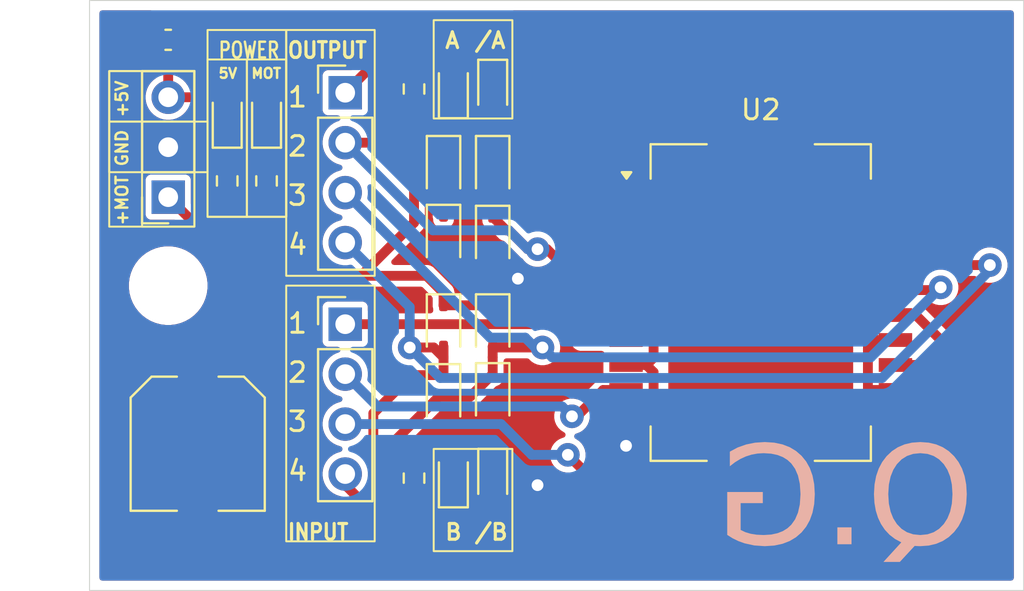
<source format=kicad_pcb>
(kicad_pcb (version 20241229) (generator "pcbnew") (generator_version "9.0")
  (layers (0 "F.Cu" signal) (2 "B.Cu" signal) (13 "F.Paste" user) (15 "B.Paste" user) (5 "F.SilkS" user "F.Silkscreen") (7 "B.SilkS" user "B.Silkscreen") (1 "F.Mask" user) (3 "B.Mask" user) (25 "Edge.Cuts" user))
  (net 0 "")
  (net 1 "+5V")
  (net 2 "GND")
  (net 3 "+24V")
  (net 4 "out_bobine1")
  (net 5 "out_bobine2")
  (net 6 "out_bobine3")
  (net 7 "out_bobine4")
  (net 8 "Net-(D14-K)")
  (net 9 "Net-(D15-A)")
  (net 10 "Net-(D17-A)")
  (net 11 "Net-(D19-K)")
  (net 12 "alim_bobine2")
  (net 13 "alim_bobine1")
  (net 14 "alim_bobine4")
  (net 15 "alim_bobine3")
  (footprint "Resistor_SMD:R_0603_1608Metric" (layer "F.Cu") (at 135.72 66.6425 -90)
    (property "Reference" "R5" (hide yes))
    (property "Value" "10K" (hide yes))
    (fp_line (start -0.237258 0.5225) (end 0.237258 0.5225) (stroke (width 0.12)) (layer "F.SilkS"))
    (fp_line (start -0.237258 -0.5225) (end 0.237258 -0.5225) (stroke (width 0.12)) (layer "F.SilkS"))
    (pad "1" smd roundrect (at -0.825 0 270) (size 0.8 0.95) (layers "F.Cu" "F.Mask" "F.Paste") (net 9 "Net-(D15-A)"))
    (pad "2" smd roundrect (at 0.825 0 270) (size 0.8 0.95) (layers "F.Cu" "F.Mask" "F.Paste") (net 6 "out_bobine3"))
  )
  (footprint "Diode_SMD:D_SOD-323" (layer "F.Cu") (at 139.72 58.905 -90)
    (property "Reference" "D5" (hide yes))
    (property "Value" "D" (hide yes))
    (fp_line (start -1.61 0.85) (end 1.05 0.85) (stroke (width 0.12)) (layer "F.SilkS"))
    (fp_line (start -1.61 -0.85) (end -1.61 0.85) (stroke (width 0.12)) (layer "F.SilkS"))
    (fp_line (start -1.61 -0.85) (end 1.05 -0.85) (stroke (width 0.12)) (layer "F.SilkS"))
    (pad "1" smd roundrect (at -1.05 0 270) (size 0.6 0.45) (layers "F.Cu" "F.Mask" "F.Paste") (net 3 "+24V"))
    (pad "2" smd roundrect (at 1.05 0 270) (size 0.6 0.45) (layers "F.Cu" "F.Mask" "F.Paste") (net 6 "out_bobine3"))
  )
  (footprint "Diode_SMD:D_SOD-323" (layer "F.Cu") (at 139.72 54.405 -90)
    (property "Reference" "D4" (hide yes))
    (property "Value" "D" (hide yes))
    (fp_line (start -1.61 0.85) (end 1.05 0.85) (stroke (width 0.12)) (layer "F.SilkS"))
    (fp_line (start -1.61 -0.85) (end -1.61 0.85) (stroke (width 0.12)) (layer "F.SilkS"))
    (fp_line (start -1.61 -0.85) (end 1.05 -0.85) (stroke (width 0.12)) (layer "F.SilkS"))
    (pad "1" smd roundrect (at -1.05 0 270) (size 0.6 0.45) (layers "F.Cu" "F.Mask" "F.Paste") (net 5 "out_bobine2"))
    (pad "2" smd roundrect (at 1.05 0 270) (size 0.6 0.45) (layers "F.Cu" "F.Mask" "F.Paste") (net 2 "GND"))
  )
  (footprint "LED_SMD:LED_0603_1608Metric" (layer "F.Cu") (at 128.22 48.355 90)
    (property "Reference" "D14" (hide yes))
    (property "Value" "LED_Yellow" (hide yes))
    (fp_line (start 0.8 -0.735) (end -1.485 -0.735) (stroke (width 0.12)) (layer "F.SilkS"))
    (fp_line (start -1.485 -0.735) (end -1.485 0.735) (stroke (width 0.12)) (layer "F.SilkS"))
    (fp_line (start -1.485 0.735) (end 0.8 0.735) (stroke (width 0.12)) (layer "F.SilkS"))
    (pad "1" smd roundrect (at -0.7875 0 90) (size 0.875 0.95) (layers "F.Cu" "F.Mask" "F.Paste") (net 8 "Net-(D14-K)"))
    (pad "2" smd roundrect (at 0.7875 0 90) (size 0.875 0.95) (layers "F.Cu" "F.Mask" "F.Paste") (net 3 "+24V"))
  )
  (footprint "Package_SO:HSOP-20-1EP_11.0x15.9mm_P1.27mm_SlugDown" (layer "F.Cu") (at 153.35 57.715)
    (property "Reference" "U2" (at 0 -9.8 0) (layer "F.SilkS"))
    (property "Value" "L298P")
    (fp_line (start -5.6 -8.05) (end -5.6 -6.3) (stroke (width 0.12)) (layer "F.SilkS"))
    (fp_line (start -5.6 8.05) (end -5.6 6.3) (stroke (width 0.12)) (layer "F.SilkS"))
    (fp_line (start -2.75 -8.05) (end -5.6 -8.05) (stroke (width 0.12)) (layer "F.SilkS"))
    (fp_line (start -2.75 8.05) (end -5.6 8.05) (stroke (width 0.12)) (layer "F.SilkS"))
    (fp_line (start 5.6 -8.05) (end 2.75 -8.05) (stroke (width 0.12)) (layer "F.SilkS"))
    (fp_line (start 5.6 -8.05) (end 5.6 -6.3) (stroke (width 0.12)) (layer "F.SilkS"))
    (fp_line (start 5.6 8.05) (end 2.75 8.05) (stroke (width 0.12)) (layer "F.SilkS"))
    (fp_line (start 5.6 8.05) (end 5.6 6.3) (stroke (width 0.12)) (layer "F.SilkS"))
    (fp_poly (pts (xy -6.825 -6.3) (xy -7.065 -6.63) (xy -6.585 -6.63) (xy -6.825 -6.3)) (stroke (width 0.12)) (fill yes) (layer "F.SilkS"))
    (pad "1" smd rect (at -6.85 -5.715) (size 1.7 0.7) (layers "F.Cu" "F.Mask" "F.Paste") (net 2 "GND"))
    (pad "2" smd rect (at -6.85 -4.445) (size 1.7 0.7) (layers "F.Cu" "F.Mask" "F.Paste") (net 2 "GND"))
    (pad "3" smd rect (at -6.85 -3.175) (size 1.7 0.7) (layers "F.Cu" "F.Mask" "F.Paste"))
    (pad "4" smd rect (at -6.85 -1.905) (size 1.7 0.7) (layers "F.Cu" "F.Mask" "F.Paste") (net 4 "out_bobine1"))
    (pad "5" smd rect (at -6.85 -0.635) (size 1.7 0.7) (layers "F.Cu" "F.Mask" "F.Paste") (net 5 "out_bobine2"))
    (pad "6" smd rect (at -6.85 0.635) (size 1.7 0.7) (layers "F.Cu" "F.Mask" "F.Paste") (net 3 "+24V"))
    (pad "7" smd rect (at -6.85 1.905) (size 1.7 0.7) (layers "F.Cu" "F.Mask" "F.Paste") (net 13 "alim_bobine1"))
    (pad "8" smd rect (at -6.85 3.175) (size 1.7 0.7) (layers "F.Cu" "F.Mask" "F.Paste") (net 1 "+5V"))
    (pad "9" smd rect (at -6.85 4.445) (size 1.7 0.7) (layers "F.Cu" "F.Mask" "F.Paste") (net 12 "alim_bobine2"))
    (pad "10" smd rect (at -6.85 5.715) (size 1.7 0.7) (layers "F.Cu" "F.Mask" "F.Paste") (net 2 "GND"))
    (pad "11" smd rect (at 6.85 5.715) (size 1.7 0.7) (layers "F.Cu" "F.Mask" "F.Paste") (net 2 "GND"))
    (pad "12" smd rect (at 6.85 4.445) (size 1.7 0.7) (layers "F.Cu" "F.Mask" "F.Paste") (net 1 "+5V"))
    (pad "13" smd rect (at 6.85 3.175) (size 1.7 0.7) (layers "F.Cu" "F.Mask" "F.Paste") (net 15 "alim_bobine3"))
    (pad "14" smd rect (at 6.85 1.905) (size 1.7 0.7) (layers "F.Cu" "F.Mask" "F.Paste") (net 1 "+5V"))
    (pad "15" smd rect (at 6.85 0.635) (size 1.7 0.7) (layers "F.Cu" "F.Mask" "F.Paste") (net 14 "alim_bobine4"))
    (pad "16" smd rect (at 6.85 -0.635) (size 1.7 0.7) (layers "F.Cu" "F.Mask" "F.Paste") (net 6 "out_bobine3"))
    (pad "17" smd rect (at 6.85 -1.905) (size 1.7 0.7) (layers "F.Cu" "F.Mask" "F.Paste") (net 7 "out_bobine4"))
    (pad "18" smd rect (at 6.85 -3.175) (size 1.7 0.7) (layers "F.Cu" "F.Mask" "F.Paste"))
    (pad "19" smd rect (at 6.85 -4.445) (size 1.7 0.7) (layers "F.Cu" "F.Mask" "F.Paste") (net 2 "GND"))
    (pad "20" smd rect (at 6.85 -5.715) (size 1.7 0.7) (layers "F.Cu" "F.Mask" "F.Paste") (net 2 "GND"))
    (pad "21" smd rect (at 0 -8.125) (size 5 1.45) (layers "F.Cu" "F.Mask" "F.Paste"))
    (pad "21" smd rect (at 0 0) (size 9.4 14.8) (layers "F.Cu" "F.Mask" "F.Paste"))
    (pad "21" smd rect (at 0 8.125) (size 5 1.45) (layers "F.Cu" "F.Mask" "F.Paste"))
  )
  (footprint "" (layer "F.Cu") (at 123.22 56.855)
    (property "Reference" "" (at 0 0 0) (layer "F.SilkS") (effects (font (size 1.27 1.27))))
    (property "Value" "")
    (pad "" np_thru_hole circle (at 0 0 270) (size 3.5 3.5) (drill 3.5) (layers "*.Cu" "*.Mask"))
  )
  (footprint "Diode_SMD:D_SOD-323" (layer "F.Cu") (at 137.22 54.355 -90)
    (property "Reference" "D2" (hide yes))
    (property "Value" "D" (hide yes))
    (fp_line (start -1.61 0.85) (end 1.05 0.85) (stroke (width 0.12)) (layer "F.SilkS"))
    (fp_line (start -1.61 -0.85) (end -1.61 0.85) (stroke (width 0.12)) (layer "F.SilkS"))
    (fp_line (start -1.61 -0.85) (end 1.05 -0.85) (stroke (width 0.12)) (layer "F.SilkS"))
    (pad "1" smd roundrect (at -1.05 0 270) (size 0.6 0.45) (layers "F.Cu" "F.Mask" "F.Paste") (net 4 "out_bobine1"))
    (pad "2" smd roundrect (at 1.05 0 270) (size 0.6 0.45) (layers "F.Cu" "F.Mask" "F.Paste") (net 2 "GND"))
  )
  (footprint "Diode_SMD:D_SOD-323" (layer "F.Cu") (at 139.72 50.855 -90)
    (property "Reference" "D3" (hide yes))
    (property "Value" "D" (hide yes))
    (fp_line (start -1.61 0.85) (end 1.05 0.85) (stroke (width 0.12)) (layer "F.SilkS"))
    (fp_line (start -1.61 -0.85) (end -1.61 0.85) (stroke (width 0.12)) (layer "F.SilkS"))
    (fp_line (start -1.61 -0.85) (end 1.05 -0.85) (stroke (width 0.12)) (layer "F.SilkS"))
    (pad "1" smd roundrect (at -1.05 0 270) (size 0.6 0.45) (layers "F.Cu" "F.Mask" "F.Paste") (net 3 "+24V"))
    (pad "2" smd roundrect (at 1.05 0 270) (size 0.6 0.45) (layers "F.Cu" "F.Mask" "F.Paste") (net 5 "out_bobine2"))
  )
  (footprint "LED_SMD:LED_0603_1608Metric" (layer "F.Cu") (at 137.72 46.855 90)
    (property "Reference" "D18" (hide yes))
    (property "Value" "LED_Blue" (hide yes))
    (fp_line (start 0.8 -0.735) (end -1.485 -0.735) (stroke (width 0.12)) (layer "F.SilkS"))
    (fp_line (start -1.485 -0.735) (end -1.485 0.735) (stroke (width 0.12)) (layer "F.SilkS"))
    (fp_line (start -1.485 0.735) (end 0.8 0.735) (stroke (width 0.12)) (layer "F.SilkS"))
    (pad "1" smd roundrect (at -0.7875 0 90) (size 0.875 0.95) (layers "F.Cu" "F.Mask" "F.Paste") (net 10 "Net-(D17-A)"))
    (pad "2" smd roundrect (at 0.7875 0 90) (size 0.875 0.95) (layers "F.Cu" "F.Mask" "F.Paste") (net 4 "out_bobine1"))
  )
  (footprint "Diode_SMD:D_SOD-323" (layer "F.Cu") (at 139.72 62.405 -90)
    (property "Reference" "D7" (hide yes))
    (property "Value" "D" (hide yes))
    (fp_line (start -1.61 0.85) (end 1.05 0.85) (stroke (width 0.12)) (layer "F.SilkS"))
    (fp_line (start -1.61 -0.85) (end -1.61 0.85) (stroke (width 0.12)) (layer "F.SilkS"))
    (fp_line (start -1.61 -0.85) (end 1.05 -0.85) (stroke (width 0.12)) (layer "F.SilkS"))
    (pad "1" smd roundrect (at -1.05 0 270) (size 0.6 0.45) (layers "F.Cu" "F.Mask" "F.Paste") (net 6 "out_bobine3"))
    (pad "2" smd roundrect (at 1.05 0 270) (size 0.6 0.45) (layers "F.Cu" "F.Mask" "F.Paste") (net 2 "GND"))
  )
  (footprint "Connector_PinSocket_2.54mm:PinSocket_1x03_P2.54mm_Vertical" (layer "F.Cu") (at 123.22 52.355 180)
    (property "Reference" "J3" (hide yes))
    (property "Value" "Screw_Terminal_01x03")
    (fp_line (start 1.33 1.27) (end 1.33 6.41) (stroke (width 0.12)) (layer "F.SilkS"))
    (fp_line (start 1.33 -1.33) (end 1.33 0) (stroke (width 0.12)) (layer "F.SilkS"))
    (fp_line (start 0 -1.33) (end 1.33 -1.33) (stroke (width 0.12)) (layer "F.SilkS"))
    (fp_line (start -1.33 6.41) (end 1.33 6.41) (stroke (width 0.12)) (layer "F.SilkS"))
    (fp_line (start -1.33 1.27) (end 1.33 1.27) (stroke (width 0.12)) (layer "F.SilkS"))
    (fp_line (start -1.33 1.27) (end -1.33 6.41) (stroke (width 0.12)) (layer "F.SilkS"))
    (pad "1" thru_hole rect (at 0 0 180) (size 1.7 1.7) (drill 1) (layers "*.Cu" "*.Mask") (net 3 "+24V"))
    (pad "2" thru_hole circle (at 0 2.54 180) (size 1.7 1.7) (drill 1) (layers "*.Cu" "*.Mask") (net 2 "GND"))
    (pad "3" thru_hole circle (at 0 5.08 180) (size 1.7 1.7) (drill 1) (layers "*.Cu" "*.Mask") (net 1 "+5V"))
  )
  (footprint "LED_SMD:LED_0603_1608Metric" (layer "F.Cu") (at 137.72 66.6425 90)
    (property "Reference" "D15" (hide yes))
    (property "Value" "LED_Blue" (hide yes))
    (fp_line (start 0.8 -0.735) (end -1.485 -0.735) (stroke (width 0.12)) (layer "F.SilkS"))
    (fp_line (start -1.485 -0.735) (end -1.485 0.735) (stroke (width 0.12)) (layer "F.SilkS"))
    (fp_line (start -1.485 0.735) (end 0.8 0.735) (stroke (width 0.12)) (layer "F.SilkS"))
    (pad "1" smd roundrect (at -0.7875 0 90) (size 0.875 0.95) (layers "F.Cu" "F.Mask" "F.Paste") (net 7 "out_bobine4"))
    (pad "2" smd roundrect (at 0.7875 0 90) (size 0.875 0.95) (layers "F.Cu" "F.Mask" "F.Paste") (net 9 "Net-(D15-A)"))
  )
  (footprint "Resistor_SMD:R_0603_1608Metric" (layer "F.Cu") (at 128.22 51.53 -90)
    (property "Reference" "R4" (hide yes))
    (property "Value" "10K" (hide yes))
    (fp_line (start -0.237258 0.5225) (end 0.237258 0.5225) (stroke (width 0.12)) (layer "F.SilkS"))
    (fp_line (start -0.237258 -0.5225) (end 0.237258 -0.5225) (stroke (width 0.12)) (layer "F.SilkS"))
    (pad "1" smd roundrect (at -0.825 0 270) (size 0.8 0.95) (layers "F.Cu" "F.Mask" "F.Paste") (net 8 "Net-(D14-K)"))
    (pad "2" smd roundrect (at 0.825 0 270) (size 0.8 0.95) (layers "F.Cu" "F.Mask" "F.Paste") (net 2 "GND"))
  )
  (footprint "LED_SMD:LED_0603_1608Metric" (layer "F.Cu") (at 139.72 66.6425 -90)
    (property "Reference" "D16" (hide yes))
    (property "Value" "LED_Blue" (hide yes))
    (fp_line (start -1.485 0.735) (end 0.8 0.735) (stroke (width 0.12)) (layer "F.SilkS"))
    (fp_line (start -1.485 -0.735) (end -1.485 0.735) (stroke (width 0.12)) (layer "F.SilkS"))
    (fp_line (start 0.8 -0.735) (end -1.485 -0.735) (stroke (width 0.12)) (layer "F.SilkS"))
    (pad "1" smd roundrect (at -0.7875 0 270) (size 0.875 0.95) (layers "F.Cu" "F.Mask" "F.Paste") (net 9 "Net-(D15-A)"))
    (pad "2" smd roundrect (at 0.7875 0 270) (size 0.875 0.95) (layers "F.Cu" "F.Mask" "F.Paste") (net 7 "out_bobine4"))
  )
  (footprint "Diode_SMD:D_SOD-323" (layer "F.Cu") (at 137.22 62.455 -90)
    (property "Reference" "D8" (hide yes))
    (property "Value" "D" (hide yes))
    (fp_line (start -1.61 0.85) (end 1.05 0.85) (stroke (width 0.12)) (layer "F.SilkS"))
    (fp_line (start -1.61 -0.85) (end -1.61 0.85) (stroke (width 0.12)) (layer "F.SilkS"))
    (fp_line (start -1.61 -0.85) (end 1.05 -0.85) (stroke (width 0.12)) (layer "F.SilkS"))
    (pad "1" smd roundrect (at -1.05 0 270) (size 0.6 0.45) (layers "F.Cu" "F.Mask" "F.Paste") (net 7 "out_bobine4"))
    (pad "2" smd roundrect (at 1.05 0 270) (size 0.6 0.45) (layers "F.Cu" "F.Mask" "F.Paste") (net 2 "GND"))
  )
  (footprint "Connector_PinHeader_2.54mm:PinHeader_1x04_P2.54mm_Vertical" (layer "F.Cu") (at 132.22 58.815)
    (property "Reference" "J2" (hide yes))
    (property "Value" "Screw_Terminal_01x04")
    (fp_line (start -1.38 -1.38) (end 0 -1.38) (stroke (width 0.12)) (layer "F.SilkS"))
    (fp_line (start -1.38 0) (end -1.38 -1.38) (stroke (width 0.12)) (layer "F.SilkS"))
    (fp_line (start -1.38 1.27) (end -1.38 9) (stroke (width 0.12)) (layer "F.SilkS"))
    (fp_line (start -1.38 1.27) (end 1.38 1.27) (stroke (width 0.12)) (layer "F.SilkS"))
    (fp_line (start -1.38 9) (end 1.38 9) (stroke (width 0.12)) (layer "F.SilkS"))
    (fp_line (start 1.38 1.27) (end 1.38 9) (stroke (width 0.12)) (layer "F.SilkS"))
    (pad "1" thru_hole rect (at 0 0) (size 1.7 1.7) (drill 1) (layers "*.Cu" "*.Mask") (net 13 "alim_bobine1"))
    (pad "2" thru_hole circle (at 0 2.54) (size 1.7 1.7) (drill 1) (layers "*.Cu" "*.Mask") (net 12 "alim_bobine2"))
    (pad "3" thru_hole circle (at 0 5.08) (size 1.7 1.7) (drill 1) (layers "*.Cu" "*.Mask") (net 15 "alim_bobine3"))
    (pad "4" thru_hole circle (at 0 7.62) (size 1.7 1.7) (drill 1) (layers "*.Cu" "*.Mask") (net 14 "alim_bobine4"))
  )
  (footprint "Diode_SMD:D_SOD-323" (layer "F.Cu") (at 137.22 58.905 -90)
    (property "Reference" "D6" (hide yes))
    (property "Value" "D" (hide yes))
    (fp_line (start -1.61 0.85) (end 1.05 0.85) (stroke (width 0.12)) (layer "F.SilkS"))
    (fp_line (start -1.61 -0.85) (end -1.61 0.85) (stroke (width 0.12)) (layer "F.SilkS"))
    (fp_line (start -1.61 -0.85) (end 1.05 -0.85) (stroke (width 0.12)) (layer "F.SilkS"))
    (pad "1" smd roundrect (at -1.05 0 270) (size 0.6 0.45) (layers "F.Cu" "F.Mask" "F.Paste") (net 3 "+24V"))
    (pad "2" smd roundrect (at 1.05 0 270) (size 0.6 0.45) (layers "F.Cu" "F.Mask" "F.Paste") (net 7 "out_bobine4"))
  )
  (footprint "Capacitor_SMD:C_Elec_6.3x7.7" (layer "F.Cu") (at 124.72 64.8925 -90)
    (property "Reference" "C2" (hide yes))
    (property "Value" "~" (hide yes))
    (fp_line (start -2.345563 3.41) (end 3.41 3.41) (stroke (width 0.12)) (layer "F.SilkS"))
    (fp_line (start 3.41 3.41) (end 3.41 1.06) (stroke (width 0.12)) (layer "F.SilkS"))
    (fp_line (start -3.41 2.345563) (end -2.345563 3.41) (stroke (width 0.12)) (layer "F.SilkS"))
    (fp_line (start -3.41 2.345563) (end -3.41 1.06) (stroke (width 0.12)) (layer "F.SilkS"))
    (fp_line (start -3.41 -2.345563) (end -3.41 -1.06) (stroke (width 0.12)) (layer "F.SilkS"))
    (fp_line (start -3.41 -2.345563) (end -2.345563 -3.41) (stroke (width 0.12)) (layer "F.SilkS"))
    (fp_line (start -2.345563 -3.41) (end 3.41 -3.41) (stroke (width 0.12)) (layer "F.SilkS"))
    (fp_line (start 3.41 -3.41) (end 3.41 -1.06) (stroke (width 0.12)) (layer "F.SilkS"))
    (pad "1" smd roundrect (at -2.5375 0 270) (size 3.325 1.6) (layers "F.Cu" "F.Mask" "F.Paste") (roundrect_rratio 0.15625) (net 3 "+24V"))
    (pad "2" smd roundrect (at 2.5375 0 270) (size 3.325 1.6) (layers "F.Cu" "F.Mask" "F.Paste") (roundrect_rratio 0.15625) (net 2 "GND"))
  )
  (footprint "Capacitor_SMD:C_0603_1608Metric" (layer "F.Cu") (at 123.22 44.355 180)
    (property "Reference" "C1" (hide yes))
    (property "Value" "100nF" (hide yes))
    (fp_line (start -0.14058 0.51) (end 0.14058 0.51) (stroke (width 0.12)) (layer "F.SilkS"))
    (fp_line (start -0.14058 -0.51) (end 0.14058 -0.51) (stroke (width 0.12)) (layer "F.SilkS"))
    (pad "1" smd roundrect (at -0.775 0 180) (size 0.9 0.95) (layers "F.Cu" "F.Mask" "F.Paste") (net 2 "GND"))
    (pad "2" smd roundrect (at 0.775 0 180) (size 0.9 0.95) (layers "F.Cu" "F.Mask" "F.Paste") (net 1 "+5V"))
  )
  (footprint "Diode_SMD:D_SOD-323" (layer "F.Cu") (at 137.22 50.855 -90)
    (property "Reference" "D1" (hide yes))
    (property "Value" "D" (hide yes))
    (fp_line (start -1.61 0.85) (end 1.05 0.85) (stroke (width 0.12)) (layer "F.SilkS"))
    (fp_line (start -1.61 -0.85) (end -1.61 0.85) (stroke (width 0.12)) (layer "F.SilkS"))
    (fp_line (start -1.61 -0.85) (end 1.05 -0.85) (stroke (width 0.12)) (layer "F.SilkS"))
    (pad "1" smd roundrect (at -1.05 0 270) (size 0.6 0.45) (layers "F.Cu" "F.Mask" "F.Paste") (net 3 "+24V"))
    (pad "2" smd roundrect (at 1.05 0 270) (size 0.6 0.45) (layers "F.Cu" "F.Mask" "F.Paste") (net 4 "out_bobine1"))
  )
  (footprint "Resistor_SMD:R_0603_1608Metric" (layer "F.Cu") (at 126.22 51.53 -90)
    (property "Reference" "R3" (hide yes))
    (property "Value" "2.2K" (hide yes))
    (fp_line (start -0.237258 0.5225) (end 0.237258 0.5225) (stroke (width 0.12)) (layer "F.SilkS"))
    (fp_line (start -0.237258 -0.5225) (end 0.237258 -0.5225) (stroke (width 0.12)) (layer "F.SilkS"))
    (pad "1" smd roundrect (at -0.825 0 270) (size 0.8 0.95) (layers "F.Cu" "F.Mask" "F.Paste") (net 11 "Net-(D19-K)"))
    (pad "2" smd roundrect (at 0.825 0 270) (size 0.8 0.95) (layers "F.Cu" "F.Mask" "F.Paste") (net 2 "GND"))
  )
  (footprint "LED_SMD:LED_0603_1608Metric" (layer "F.Cu") (at 139.72 46.855 -90)
    (property "Reference" "D17" (hide yes))
    (property "Value" "LED_Blue" (hide yes))
    (fp_line (start -1.485 0.735) (end 0.8 0.735) (stroke (width 0.12)) (layer "F.SilkS"))
    (fp_line (start -1.485 -0.735) (end -1.485 0.735) (stroke (width 0.12)) (layer "F.SilkS"))
    (fp_line (start 0.8 -0.735) (end -1.485 -0.735) (stroke (width 0.12)) (layer "F.SilkS"))
    (pad "1" smd roundrect (at -0.7875 0 270) (size 0.875 0.95) (layers "F.Cu" "F.Mask" "F.Paste") (net 4 "out_bobine1"))
    (pad "2" smd roundrect (at 0.7875 0 270) (size 0.875 0.95) (layers "F.Cu" "F.Mask" "F.Paste") (net 10 "Net-(D17-A)"))
  )
  (footprint "Connector_PinHeader_2.54mm:PinHeader_1x04_P2.54mm_Vertical" (layer "F.Cu") (at 132.22 47.045)
    (property "Reference" "J1" (hide yes))
    (property "Value" "Screw_Terminal_01x04")
    (fp_line (start -1.38 -1.38) (end 0 -1.38) (stroke (width 0.12)) (layer "F.SilkS"))
    (fp_line (start -1.38 0) (end -1.38 -1.38) (stroke (width 0.12)) (layer "F.SilkS"))
    (fp_line (start -1.38 1.27) (end -1.38 9) (stroke (width 0.12)) (layer "F.SilkS"))
    (fp_line (start -1.38 1.27) (end 1.38 1.27) (stroke (width 0.12)) (layer "F.SilkS"))
    (fp_line (start -1.38 9) (end 1.38 9) (stroke (width 0.12)) (layer "F.SilkS"))
    (fp_line (start 1.38 1.27) (end 1.38 9) (stroke (width 0.12)) (layer "F.SilkS"))
    (pad "1" thru_hole rect (at 0 0) (size 1.7 1.7) (drill 1) (layers "*.Cu" "*.Mask") (net 4 "out_bobine1"))
    (pad "2" thru_hole circle (at 0 2.54) (size 1.7 1.7) (drill 1) (layers "*.Cu" "*.Mask") (net 5 "out_bobine2"))
    (pad "3" thru_hole circle (at 0 5.08) (size 1.7 1.7) (drill 1) (layers "*.Cu" "*.Mask") (net 6 "out_bobine3"))
    (pad "4" thru_hole circle (at 0 7.62) (size 1.7 1.7) (drill 1) (layers "*.Cu" "*.Mask") (net 7 "out_bobine4"))
  )
  (footprint "LED_SMD:LED_0603_1608Metric" (layer "F.Cu") (at 126.22 48.355 90)
    (property "Reference" "D19" (hide yes))
    (property "Value" "LED_Yellow" (hide yes))
    (fp_line (start 0.8 -0.735) (end -1.485 -0.735) (stroke (width 0.12)) (layer "F.SilkS"))
    (fp_line (start -1.485 -0.735) (end -1.485 0.735) (stroke (width 0.12)) (layer "F.SilkS"))
    (fp_line (start -1.485 0.735) (end 0.8 0.735) (stroke (width 0.12)) (layer "F.SilkS"))
    (pad "1" smd roundrect (at -0.7875 0 90) (size 0.875 0.95) (layers "F.Cu" "F.Mask" "F.Paste") (net 11 "Net-(D19-K)"))
    (pad "2" smd roundrect (at 0.7875 0 90) (size 0.875 0.95) (layers "F.Cu" "F.Mask" "F.Paste") (net 1 "+5V"))
  )
  (footprint "Resistor_SMD:R_0603_1608Metric" (layer "F.Cu") (at 135.72 46.855 -90)
    (property "Reference" "R6" (hide yes))
    (property "Value" "10K" (hide yes))
    (fp_line (start -0.237258 0.5225) (end 0.237258 0.5225) (stroke (width 0.12)) (layer "F.SilkS"))
    (fp_line (start -0.237258 -0.5225) (end 0.237258 -0.5225) (stroke (width 0.12)) (layer "F.SilkS"))
    (pad "1" smd roundrect (at -0.825 0 270) (size 0.8 0.95) (layers "F.Cu" "F.Mask" "F.Paste") (net 10 "Net-(D17-A)"))
    (pad "2" smd roundrect (at 0.825 0 270) (size 0.8 0.95) (layers "F.Cu" "F.Mask" "F.Paste") (net 5 "out_bobine2"))
  )
  (gr_rect (start 120.22 48.515) (end 121.89 51.085) (stroke (width 0.1)) (fill no) (layer "F.SilkS"))
  (gr_rect (start 120.22 45.945) (end 124.55 48.515) (stroke (width 0.1)) (fill no) (layer "F.SilkS"))
  (gr_rect (start 121.89 51.085) (end 124.55 53.855) (stroke (width 0.1)) (fill no) (layer "F.SilkS"))
  (gr_rect (start 136.72 43.355) (end 140.72 48.355) (stroke (width 0.1)) (fill no) (layer "F.SilkS"))
  (gr_rect (start 129.22 56.855) (end 133.72 69.855) (stroke (width 0.1)) (fill no) (layer "F.SilkS"))
  (gr_rect (start 120.22 45.945) (end 124.55 53.855) (stroke (width 0.1)) (fill no) (layer "F.SilkS"))
  (gr_rect (start 129.22 43.855) (end 133.72 56.355) (stroke (width 0.1)) (fill no) (layer "F.SilkS"))
  (gr_rect (start 125.22 43.855) (end 129.22 53.355) (stroke (width 0.1)) (fill no) (layer "F.SilkS"))
  (gr_rect (start 125.22 45.355) (end 127.22 53.355) (stroke (width 0.1)) (fill no) (layer "F.SilkS"))
  (gr_rect (start 136.72 65.1575) (end 140.72 70.355) (stroke (width 0.1)) (fill no) (layer "F.SilkS"))
  (gr_rect (start 121.89 48.515) (end 125.22 51.085) (stroke (width 0.1)) (fill no) (layer "F.SilkS"))
  (gr_rect (start 127.22 45.355) (end 129.22 53.355) (stroke (width 0.1)) (fill no) (layer "F.SilkS"))
  (gr_rect (start 119.22 42.355) (end 166.72 72.355) (stroke (width 0.05)) (fill no) (layer "Edge.Cuts"))
  (gr_text "GND" (at 121.22 50.855 90) (layer "F.SilkS") (effects (font (size 0.6 0.6) (thickness 0.125) (bold yes)) (justify left bottom)))
  (gr_text "B" (at 137.22 69.855 0) (layer "F.SilkS") (effects (font (size 0.8 0.8) (thickness 0.16) (bold yes)) (justify left bottom)))
  (gr_text "/B" (at 138.72 69.855 0) (layer "F.SilkS") (effects (font (size 0.8 0.8) (thickness 0.16) (bold yes)) (justify left bottom)))
  (gr_text "5V  MOT " (at 125.72 46.355 0) (layer "F.SilkS") (effects (font (size 0.5 0.5) (thickness 0.125) (bold yes)) (justify left bottom)))
  (gr_text "3" (at 129.22 64.355 0) (layer "F.SilkS") (effects (font (size 1 1)) (justify left bottom)))
  (gr_text "POWER" (at 125.72 45.355 0) (layer "F.SilkS") (effects (font (size 0.8 0.6) (thickness 0.125) (bold yes)) (justify left bottom)))
  (gr_text "/A" (at 138.72 44.855 0) (layer "F.SilkS") (effects (font (size 0.8 0.8) (thickness 0.16) (bold yes)) (justify left bottom)))
  (gr_text "4" (at 129.22 66.855 0) (layer "F.SilkS") (effects (font (size 1 1)) (justify left bottom)))
  (gr_text "2" (at 129.22 61.855 0) (layer "F.SilkS") (effects (font (size 1 1)) (justify left bottom)))
  (gr_text "+MOT" (at 121.22 53.855 90) (layer "F.SilkS") (effects (font (size 0.6 0.6) (thickness 0.125) (bold yes)) (justify left bottom)))
  (gr_text "INPUT" (at 129.22 69.855 0) (layer "F.SilkS") (effects (font (size 0.8 0.7) (thickness 0.16) (bold yes)) (justify left bottom)))
  (gr_text "+5V" (at 121.22 48.355 90) (layer "F.SilkS") (effects (font (size 0.6 0.6) (thickness 0.125) (bold yes)) (justify left bottom)))
  (gr_text "A" (at 137.22 44.855 0) (layer "F.SilkS") (effects (font (size 0.8 0.8) (thickness 0.16) (bold yes)) (justify left bottom)))
  (gr_text "4" (at 129.22 55.355 0) (layer "F.SilkS") (effects (font (size 1 1)) (justify left bottom)))
  (gr_text "1" (at 129.22 59.355 0) (layer "F.SilkS") (effects (font (size 1 1)) (justify left bottom)))
  (gr_text "2" (at 129.22 50.355 0) (layer "F.SilkS") (effects (font (size 1 1)) (justify left bottom)))
  (gr_text "3" (at 129.22 52.855 0) (layer "F.SilkS") (effects (font (size 1 1)) (justify left bottom)))
  (gr_text "OUTPUT" (at 129.22 45.355 0) (layer "F.SilkS") (effects (font (size 0.8 0.7) (thickness 0.16) (bold yes)) (justify left bottom)))
  (gr_text "1" (at 129.22 47.855 0) (layer "F.SilkS") (effects (font (size 1 1)) (justify left bottom)))
  (gr_text "Q.G" (at 164.22 70.855 0) (layer "B.SilkS") (effects (font (size 5 5) (thickness 0.1)) (justify left bottom mirror)))
  (segment (start 158.601 62.409) (end 158.601 65.399) (width 0.5) (layer "F.Cu") (net 1))
  (segment (start 159.168 59.62) (end 158.799 59.989) (width 0.5) (layer "F.Cu") (net 1))
  (segment (start 125.9275 47.275) (end 126.22 47.5675) (width 0.5) (layer "F.Cu") (net 1))
  (segment (start 146.5 60.89) (end 147.532 60.89) (width 0.5) (layer "F.Cu") (net 1))
  (segment (start 122.445 43.88) (end 122.445 44.355) (width 0.5) (layer "F.Cu") (net 1))
  (segment (start 140.131 43.329) (end 122.996 43.329) (width 0.5) (layer "F.Cu") (net 1))
  (segment (start 158.799 62.109) (end 158.85 62.16) (width 0.5) (layer "F.Cu") (net 1))
  (segment (start 158.85 62.16) (end 158.601 62.409) (width 0.5) (layer "F.Cu") (net 1))
  (segment (start 147.901 66.401) (end 147.901 61.259) (width 0.5) (layer "F.Cu") (net 1))
  (segment (start 149 67.5) (end 147.901 66.401) (width 0.5) (layer "F.Cu") (net 1))
  (segment (start 147.901 61.259) (end 147.532 60.89) (width 0.5) (layer "F.Cu") (net 1))
  (segment (start 123.22 47.275) (end 125.9275 47.275) (width 0.5) (layer "F.Cu") (net 1))
  (segment (start 160.2 62.16) (end 158.85 62.16) (width 0.5) (layer "F.Cu") (net 1))
  (segment (start 156.5 67.5) (end 149 67.5) (width 0.5) (layer "F.Cu") (net 1))
  (segment (start 160.2 59.62) (end 159.168 59.62) (width 0.5) (layer "F.Cu") (net 1))
  (segment (start 158.601 65.399) (end 156.5 67.5) (width 0.5) (layer "F.Cu") (net 1))
  (segment (start 147.901 60.521) (end 147.901 51.099) (width 0.5) (layer "F.Cu") (net 1))
  (segment (start 158.799 59.989) (end 158.799 62.109) (width 0.5) (layer "F.Cu") (net 1))
  (segment (start 147.532 60.89) (end 147.901 60.521) (width 0.5) (layer "F.Cu") (net 1))
  (segment (start 123.22 47.275) (end 123.22 45.52) (width 0.5) (layer "F.Cu") (net 1))
  (segment (start 122.996 43.329) (end 122.445 43.88) (width 0.5) (layer "F.Cu") (net 1))
  (segment (start 122.445 44.745) (end 122.445 44.355) (width 0.5) (layer "F.Cu") (net 1))
  (segment (start 147.901 51.099) (end 140.131 43.329) (width 0.5) (layer "F.Cu") (net 1))
  (segment (start 123.22 45.52) (end 122.445 44.745) (width 0.5) (layer "F.Cu") (net 1))
  (segment (start 146.5 53.27) (end 146.5 52) (width 0.5) (layer "F.Cu") (net 2))
  (segment (start 137.22 55.405) (end 139.67 55.405) (width 0.5) (layer "F.Cu") (net 2))
  (segment (start 137.22 63.505) (end 139.67 63.505) (width 0.5) (layer "F.Cu") (net 2))
  (segment (start 139.67 55.405) (end 139.72 55.455) (width 0.5) (layer "F.Cu") (net 2))
  (segment (start 160.2 53.27) (end 160.2 52) (width 0.5) (layer "F.Cu") (net 2))
  (segment (start 139.67 63.505) (end 139.72 63.455) (width 0.5) (layer "F.Cu") (net 2))
  (via (at 142 67) (size 1.2) (drill 0.6) (layers "F.Cu" "B.Cu") (net 2))
  (via (at 146.5 65) (size 1.2) (drill 0.6) (layers "F.Cu" "B.Cu") (net 2))
  (via (at 141 56.5) (size 1.2) (drill 0.6) (layers "F.Cu" "B.Cu") (net 2))
  (segment (start 144.697214 58.35) (end 146.5 58.35) (width 0.5) (layer "F.Cu") (net 3))
  (segment (start 124.72 62.355) (end 124.72 61.054353) (width 0.5) (layer "F.Cu") (net 3))
  (segment (start 128.22 47.5675) (end 130.22 49.5675) (width 0.5) (layer "F.Cu") (net 3))
  (segment (start 127.22 56.355) (end 125.72 54.855) (width 0.5) (layer "F.Cu") (net 3))
  (segment (start 137.22 57.22) (end 136.355 56.355) (width 0.5) (layer "F.Cu") (net 3))
  (segment (start 133.0197 56.355) (end 130.22 56.355) (width 0.5) (layer "F.Cu") (net 3))
  (segment (start 137.22 49.805) (end 135.72 51.305) (width 0.5) (layer "F.Cu") (net 3))
  (segment (start 127.22 58.554353) (end 127.22 56.355) (width 0.5) (layer "F.Cu") (net 3))
  (segment (start 137.22 49.805) (end 139.72 49.805) (width 0.5) (layer "F.Cu") (net 3))
  (segment (start 139.5 57.855) (end 139.72 57.855) (width 0.5) (layer "F.Cu") (net 3))
  (segment (start 144.202214 57.855) (end 144.697214 58.35) (width 0.5) (layer "F.Cu") (net 3))
  (segment (start 130.22 56.355) (end 127.22 56.355) (width 0.5) (layer "F.Cu") (net 3))
  (segment (start 135.72 51.305) (end 135.72 53.6547) (width 0.5) (layer "F.Cu") (net 3))
  (segment (start 137.22 57.855) (end 139.5 57.855) (width 0.5) (layer "F.Cu") (net 3))
  (segment (start 124.72 61.054353) (end 127.22 58.554353) (width 0.5) (layer "F.Cu") (net 3))
  (segment (start 123.22 52.355) (end 125.72 54.855) (width 0.5) (layer "F.Cu") (net 3))
  (segment (start 130.22 49.5675) (end 130.22 56.355) (width 0.5) (layer "F.Cu") (net 3))
  (segment (start 136.355 56.355) (end 133.0197 56.355) (width 0.5) (layer "F.Cu") (net 3))
  (segment (start 139.5 57.855) (end 144.202214 57.855) (width 0.5) (layer "F.Cu") (net 3))
  (segment (start 135.72 53.6547) (end 133.0197 56.355) (width 0.5) (layer "F.Cu") (net 3))
  (segment (start 137.22 57.855) (end 137.22 57.22) (width 0.5) (layer "F.Cu") (net 3))
  (segment (start 141 50.075) (end 141 47.3475) (width 0.5) (layer "F.Cu") (net 4))
  (segment (start 145.256339 55.81) (end 140.72 51.273661) (width 0.5) (layer "F.Cu") (net 4))
  (segment (start 140.72 50.355) (end 141 50.075) (width 0.5) (layer "F.Cu") (net 4))
  (segment (start 137.22 52.355) (end 137.22 51.905) (width 0.5) (layer "F.Cu") (net 4))
  (segment (start 140.72 51.273661) (end 140.72 50.355) (width 0.5) (layer "F.Cu") (net 4))
  (segment (start 136.6525 45) (end 137.72 46.0675) (width 0.5) (layer "F.Cu") (net 4))
  (segment (start 141 47.3475) (end 139.72 46.0675) (width 0.5) (layer "F.Cu") (net 4))
  (segment (start 140.22 50.855) (end 140.72 50.355) (width 0.5) (layer "F.Cu") (net 4))
  (segment (start 138.72 50.855) (end 140.22 50.855) (width 0.5) (layer "F.Cu") (net 4))
  (segment (start 137.72 46.0675) (end 139.72 46.0675) (width 0.5) (layer "F.Cu") (net 4))
  (segment (start 137.22 53.305) (end 137.22 52.355) (width 0.5) (layer "F.Cu") (net 4))
  (segment (start 132.22 47.045) (end 134.265 45) (width 0.5) (layer "F.Cu") (net 4))
  (segment (start 137.22 52.355) (end 138.72 50.855) (width 0.5) (layer "F.Cu") (net 4))
  (segment (start 134.265 45) (end 136.6525 45) (width 0.5) (layer "F.Cu") (net 4))
  (segment (start 146.5 55.81) (end 145.256339 55.81) (width 0.5) (layer "F.Cu") (net 4))
  (segment (start 144.56 57.08) (end 146.5 57.08) (width 0.5) (layer "F.Cu") (net 5))
  (segment (start 141.5 55) (end 140.54 54.04) (width 0.5) (layer "F.Cu") (net 5))
  (segment (start 142 55) (end 141.5 55) (width 0.5) (layer "F.Cu") (net 5))
  (segment (start 132.22 49.585) (end 133.815 49.585) (width 0.5) (layer "F.Cu") (net 5))
  (segment (start 142.48 55) (end 144.56 57.08) (width 0.5) (layer "F.Cu") (net 5))
  (segment (start 140.405 54.04) (end 139.72 53.355) (width 0.5) (layer "F.Cu") (net 5))
  (segment (start 140.54 54.04) (end 140.405 54.04) (width 0.5) (layer "F.Cu") (net 5))
  (segment (start 133.815 49.585) (end 135.72 47.68) (width 0.5) (layer "F.Cu") (net 5))
  (segment (start 142 55) (end 142.48 55) (width 0.5) (layer "F.Cu") (net 5))
  (segment (start 139.72 53.355) (end 139.72 51.905) (width 0.5) (layer "F.Cu") (net 5))
  (via (at 142 55) (size 1.2) (drill 0.6) (layers "F.Cu" "B.Cu") (net 5))
  (segment (start 142 55) (end 141.5 55) (width 0.5) (layer "B.Cu") (net 5))
  (segment (start 141.5 55) (end 140.54 54.04) (width 0.5) (layer "B.Cu") (net 5))
  (segment (start 136.675 54.04) (end 132.22 49.585) (width 0.5) (layer "B.Cu") (net 5))
  (segment (start 140.54 54.04) (end 136.675 54.04) (width 0.5) (layer "B.Cu") (net 5))
  (segment (start 162.5 56.942169) (end 162.362169 57.08) (width 0.5) (layer "F.Cu") (net 6))
  (segment (start 134.9675 67.4675) (end 135.72 67.4675) (width 0.5) (layer "F.Cu") (net 6))
  (segment (start 139.72 61.355) (end 138.575 62.5) (width 0.5) (layer "F.Cu") (net 6))
  (segment (start 134.694 67.194) (end 134.9675 67.4675) (width 0.5) (layer "F.Cu") (net 6))
  (segment (start 139.765 60) (end 139.72 59.955) (width 0.5) (layer "F.Cu") (net 6))
  (segment (start 136.983552 62.5) (end 134.694 64.789552) (width 0.5) (layer "F.Cu") (net 6))
  (segment (start 139.72 60.5) (end 139.72 61.355) (width 0.5) (layer "F.Cu") (net 6))
  (segment (start 138.575 62.5) (end 136.983552 62.5) (width 0.5) (layer "F.Cu") (net 6))
  (segment (start 134.694 64.789552) (end 134.694 67.194) (width 0.5) (layer "F.Cu") (net 6))
  (segment (start 142.25 60) (end 139.765 60) (width 0.5) (layer "F.Cu") (net 6))
  (segment (start 162.362169 57.08) (end 160.2 57.08) (width 0.5) (layer "F.Cu") (net 6))
  (segment (start 139.72 59.955) (end 139.72 60.5) (width 0.5) (layer "F.Cu") (net 6))
  (via (at 162.5 56.942169) (size 1.2) (drill 0.6) (layers "F.Cu" "B.Cu") (net 6))
  (via (at 142.25 60) (size 1.2) (drill 0.6) (layers "F.Cu" "B.Cu") (net 6))
  (segment (start 141.875 60) (end 141.375 59.5) (width 0.5) (layer "B.Cu") (net 6))
  (segment (start 142.25 60) (end 142.75 60.5) (width 0.5) (layer "B.Cu") (net 6))
  (segment (start 142.25 60) (end 141.875 60) (width 0.5) (layer "B.Cu") (net 6))
  (segment (start 141.375 59.5) (end 139.595 59.5) (width 0.5) (layer "B.Cu") (net 6))
  (segment (start 139.595 59.5) (end 132.22 52.125) (width 0.5) (layer "B.Cu") (net 6))
  (segment (start 158.942169 60.5) (end 162.5 56.942169) (width 0.5) (layer "B.Cu") (net 6))
  (segment (start 142.75 60.5) (end 158.942169 60.5) (width 0.5) (layer "B.Cu") (net 6))
  (segment (start 162.02324 55.791169) (end 162.004409 55.81) (width 0.5) (layer "F.Cu") (net 7))
  (segment (start 136.72 60) (end 137.22 60.5) (width 0.5) (layer "F.Cu") (net 7))
  (segment (start 137.22 60.5) (end 137.22 61.405) (width 0.5) (layer "F.Cu") (net 7))
  (segment (start 135.5 60) (end 136.72 60) (width 0.5) (layer "F.Cu") (net 7))
  (segment (start 162.995591 55.81) (end 162.97676 55.791169) (width 0.5) (layer "F.Cu") (net 7))
  (segment (start 139.72 67.43) (end 137.72 67.43) (width 0.5) (layer "F.Cu") (net 7))
  (segment (start 165 55.81) (end 162.995591 55.81) (width 0.5) (layer "F.Cu") (net 7))
  (segment (start 136.65 68.5) (end 137.72 67.43) (width 0.5) (layer "F.Cu") (net 7))
  (segment (start 133.65 63.35) (end 133.65 67.285) (width 0.5) (layer "F.Cu") (net 7))
  (segment (start 133.65 67.285) (end 134.865 68.5) (width 0.5) (layer "F.Cu") (net 7))
  (segment (start 135.595 61.405) (end 133.65 63.35) (width 0.5) (layer "F.Cu") (net 7))
  (segment (start 162.97676 55.791169) (end 162.02324 55.791169) (width 0.5) (layer "F.Cu") (net 7))
  (segment (start 137.22 61.405) (end 135.595 61.405) (width 0.5) (layer "F.Cu") (net 7))
  (segment (start 137.22 59.955) (end 137.22 60.5) (width 0.5) (layer "F.Cu") (net 7))
  (segment (start 162.004409 55.81) (end 160.2 55.81) (width 0.5) (layer "F.Cu") (net 7))
  (segment (start 134.865 68.5) (end 136.65 68.5) (width 0.5) (layer "F.Cu") (net 7))
  (via (at 135.5 60) (size 1.2) (drill 0.6) (layers "F.Cu" "B.Cu") (net 7))
  (via (at 165 55.81) (size 1.2) (drill 0.6) (layers "F.Cu" "B.Cu") (net 7))
  (segment (start 165 55.81) (end 165 56.069929) (width 0.5) (layer "B.Cu") (net 7))
  (segment (start 135.5 60) (end 135.5 57.945) (width 0.5) (layer "B.Cu") (net 7))
  (segment (start 137.051 61.551) (end 135.5 60) (width 0.5) (layer "B.Cu") (net 7))
  (segment (start 159.518929 61.551) (end 137.051 61.551) (width 0.5) (layer "B.Cu") (net 7))
  (segment (start 165 56.069929) (end 159.518929 61.551) (width 0.5) (layer "B.Cu") (net 7))
  (segment (start 135.5 57.945) (end 132.22 54.665) (width 0.5) (layer "B.Cu") (net 7))
  (segment (start 128.22 50.705) (end 128.22 49.1425) (width 0.5) (layer "F.Cu") (net 8))
  (segment (start 135.72 65.8175) (end 137.6825 65.8175) (width 0.5) (layer "F.Cu") (net 9))
  (segment (start 137.6825 65.8175) (end 137.72 65.855) (width 0.5) (layer "F.Cu") (net 9))
  (segment (start 139.72 65.855) (end 137.72 65.855) (width 0.5) (layer "F.Cu") (net 9))
  (segment (start 135.895 46.03) (end 137.5075 47.6425) (width 0.5) (layer "F.Cu") (net 10))
  (segment (start 137.72 47.6425) (end 139.72 47.6425) (width 0.5) (layer "F.Cu") (net 10))
  (segment (start 135.72 46.03) (end 135.895 46.03) (width 0.5) (layer "F.Cu") (net 10))
  (segment (start 137.5075 47.6425) (end 137.72 47.6425) (width 0.5) (layer "F.Cu") (net 10))
  (segment (start 126.22 49.1425) (end 126.22 50.705) (width 0.5) (layer "F.Cu") (net 11))
  (segment (start 143.75 63.5) (end 144 63.5) (width 0.5) (layer "F.Cu") (net 12))
  (segment (start 145.34 62.16) (end 146.5 62.16) (width 0.5) (layer "F.Cu") (net 12))
  (segment (start 144 63.5) (end 145.34 62.16) (width 0.5) (layer "F.Cu") (net 12))
  (via (at 143.75 63.5) (size 1.2) (drill 0.6) (layers "F.Cu" "B.Cu") (net 12))
  (segment (start 133.865 63) (end 132.22 61.355) (width 0.5) (layer "B.Cu") (net 12))
  (segment (start 143.75 63.5) (end 143.25 63) (width 0.5) (layer "B.Cu") (net 12))
  (segment (start 143.25 63) (end 133.865 63) (width 0.5) (layer "B.Cu") (net 12))
  (segment (start 143.433169 58.815) (end 132.22 58.815) (width 0.5) (layer "F.Cu") (net 13))
  (segment (start 144.238169 59.62) (end 143.433169 58.815) (width 0.5) (layer "F.Cu") (net 13))
  (segment (start 146.5 59.62) (end 144.238169 59.62) (width 0.5) (layer "F.Cu") (net 13))
  (segment (start 135.732214 70.5) (end 159.5 70.5) (width 0.5) (layer "F.Cu") (net 14))
  (segment (start 163 67) (end 163 60.118) (width 0.5) (layer "F.Cu") (net 14))
  (segment (start 132.22 66.987786) (end 135.732214 70.5) (width 0.5) (layer "F.Cu") (net 14))
  (segment (start 159.5 70.5) (end 163 67) (width 0.5) (layer "F.Cu") (net 14))
  (segment (start 163 60.118) (end 161.232 58.35) (width 0.5) (layer "F.Cu") (net 14))
  (segment (start 161.232 58.35) (end 160.2 58.35) (width 0.5) (layer "F.Cu") (net 14))
  (segment (start 132.22 66.435) (end 132.22 66.987786) (width 0.5) (layer "F.Cu") (net 14))
  (segment (start 162 65) (end 162 61.39) (width 0.5) (layer "F.Cu") (net 15))
  (segment (start 161.5 60.89) (end 160.2 60.89) (width 0.5) (layer "F.Cu") (net 15))
  (segment (start 157.5 69.5) (end 162 65) (width 0.5) (layer "F.Cu") (net 15))
  (segment (start 147.58329 69.5) (end 157.5 69.5) (width 0.5) (layer "F.Cu") (net 15))
  (segment (start 162 61.39) (end 161.5 60.89) (width 0.5) (layer "F.Cu") (net 15))
  (segment (start 143.541645 65.458355) (end 147.58329 69.5) (width 0.5) (layer "F.Cu") (net 15))
  (via (at 143.541645 65.458355) (size 1.2) (drill 0.6) (layers "F.Cu" "B.Cu") (net 15))
  (segment (start 141.708355 65.458355) (end 140.145 63.895) (width 0.5) (layer "B.Cu") (net 15))
  (segment (start 140.145 63.895) (end 132.22 63.895) (width 0.5) (layer "B.Cu") (net 15))
  (segment (start 143.541645 65.458355) (end 141.708355 65.458355) (width 0.5) (layer "B.Cu") (net 15))
  (zone (net 2) (net_name "GND") (layer "F.Cu") (connect_pads yes (clearance 0.3)) (min_thickness 0.3) (fill yes (thermal_gap 0.5) (thermal_bridge_width 0.5))
    (polygon (pts (xy 119.22 42.355) (xy 166.72 42.355) (xy 166.72 72.355) (xy 119.22 72.355)))
  )
  (zone (net 2) (net_name "GND") (layer "B.Cu") (priority 1) (connect_pads yes (clearance 0.3)) (min_thickness 0.3) (fill yes (thermal_gap 0.5) (thermal_bridge_width 0.5))
    (polygon (pts (xy 119.22 42.355) (xy 166.72 42.355) (xy 166.72 72.355) (xy 119.22 72.355)))
  )
)
</source>
